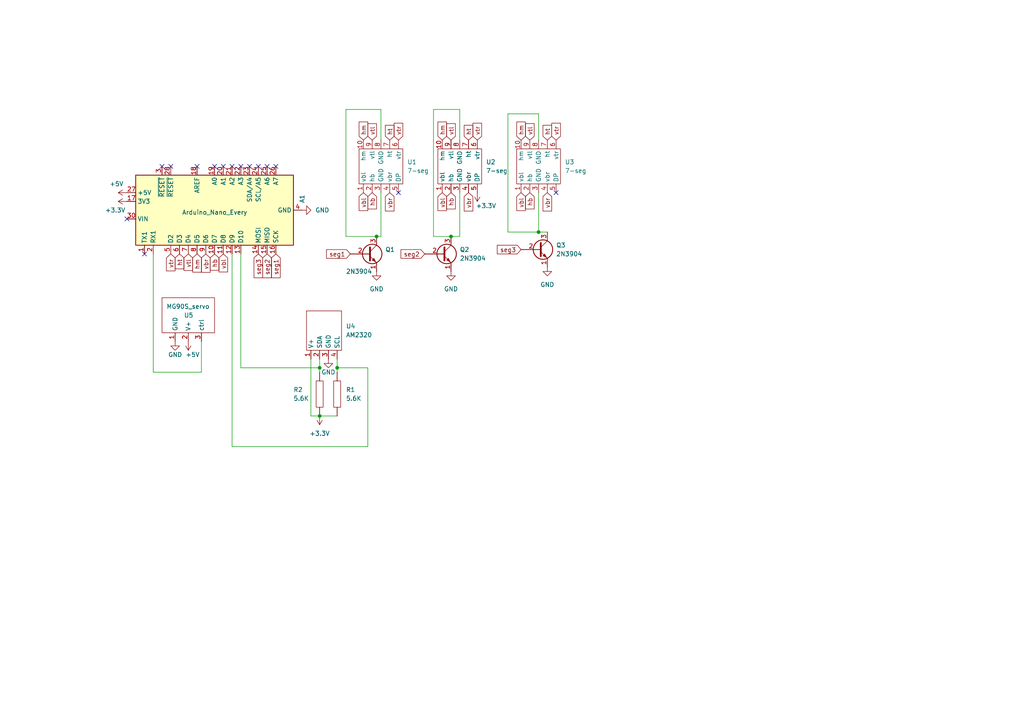
<source format=kicad_sch>
(kicad_sch (version 20211123) (generator eeschema)

  (uuid fa83d0dc-8fb2-450b-af06-da96bef65c78)

  (paper "A4")

  (lib_symbols
    (symbol "7-segment-display:7-seg" (in_bom yes) (on_board yes)
      (property "Reference" "U" (id 0) (at 5.08 -7.62 0)
        (effects (font (size 1.27 1.27)))
      )
      (property "Value" "7-seg" (id 1) (at 0 -7.62 0)
        (effects (font (size 1.27 1.27)))
      )
      (property "Footprint" "" (id 2) (at 5.08 -2.54 0)
        (effects (font (size 1.27 1.27)) hide)
      )
      (property "Datasheet" "" (id 3) (at 5.08 -2.54 0)
        (effects (font (size 1.27 1.27)) hide)
      )
      (symbol "7-seg_0_1"
        (rectangle (start -6.35 -2.54) (end 6.35 -12.7)
          (stroke (width 0) (type default) (color 0 0 0 0))
          (fill (type none))
        )
      )
      (symbol "7-seg_1_1"
        (pin input line (at -5.08 -15.24 90) (length 2.54)
          (name "vbl" (effects (font (size 1.27 1.27))))
          (number "1" (effects (font (size 1.27 1.27))))
        )
        (pin input line (at -5.08 0 270) (length 2.54)
          (name "hm" (effects (font (size 1.27 1.27))))
          (number "10" (effects (font (size 1.27 1.27))))
        )
        (pin input line (at -2.54 -15.24 90) (length 2.54)
          (name "hb" (effects (font (size 1.27 1.27))))
          (number "2" (effects (font (size 1.27 1.27))))
        )
        (pin input line (at 0 -15.24 90) (length 2.54)
          (name "GND" (effects (font (size 1.27 1.27))))
          (number "3" (effects (font (size 1.27 1.27))))
        )
        (pin input line (at 2.54 -15.24 90) (length 2.54)
          (name "vbr" (effects (font (size 1.27 1.27))))
          (number "4" (effects (font (size 1.27 1.27))))
        )
        (pin input line (at 5.08 -15.24 90) (length 2.54)
          (name "DP" (effects (font (size 1.27 1.27))))
          (number "5" (effects (font (size 1.27 1.27))))
        )
        (pin input line (at 5.08 0 270) (length 2.54)
          (name "vtr" (effects (font (size 1.27 1.27))))
          (number "6" (effects (font (size 1.27 1.27))))
        )
        (pin input line (at 2.54 0 270) (length 2.54)
          (name "ht" (effects (font (size 1.27 1.27))))
          (number "7" (effects (font (size 1.27 1.27))))
        )
        (pin input line (at 0 0 270) (length 2.54)
          (name "GND" (effects (font (size 1.27 1.27))))
          (number "8" (effects (font (size 1.27 1.27))))
        )
        (pin input line (at -2.54 0 270) (length 2.54)
          (name "vtl" (effects (font (size 1.27 1.27))))
          (number "9" (effects (font (size 1.27 1.27))))
        )
      )
    )
    (symbol "7-segment-display:AM2320" (in_bom yes) (on_board yes)
      (property "Reference" "U" (id 0) (at 0 5.08 0)
        (effects (font (size 1.27 1.27)))
      )
      (property "Value" "AM2320" (id 1) (at 0 2.54 0)
        (effects (font (size 1.27 1.27)))
      )
      (property "Footprint" "" (id 2) (at 0 0 0)
        (effects (font (size 1.27 1.27)) hide)
      )
      (property "Datasheet" "" (id 3) (at 0 0 0)
        (effects (font (size 1.27 1.27)) hide)
      )
      (symbol "AM2320_0_1"
        (rectangle (start -5.08 -3.81) (end 5.08 7.62)
          (stroke (width 0) (type default) (color 0 0 0 0))
          (fill (type none))
        )
      )
      (symbol "AM2320_1_1"
        (pin input line (at -3.81 -6.35 90) (length 2.54)
          (name "V+" (effects (font (size 1.27 1.27))))
          (number "1" (effects (font (size 1.27 1.27))))
        )
        (pin input line (at -1.27 -6.35 90) (length 2.54)
          (name "SDA" (effects (font (size 1.27 1.27))))
          (number "2" (effects (font (size 1.27 1.27))))
        )
        (pin input line (at 1.27 -6.35 90) (length 2.54)
          (name "GND" (effects (font (size 1.27 1.27))))
          (number "3" (effects (font (size 1.27 1.27))))
        )
        (pin input line (at 3.81 -6.35 90) (length 2.54)
          (name "SCL" (effects (font (size 1.27 1.27))))
          (number "4" (effects (font (size 1.27 1.27))))
        )
      )
    )
    (symbol "7-segment-display:MG90S_servo" (in_bom yes) (on_board yes)
      (property "Reference" "U" (id 0) (at 0 5.08 0)
        (effects (font (size 1.27 1.27)))
      )
      (property "Value" "MG90S_servo" (id 1) (at 0 2.54 0)
        (effects (font (size 1.27 1.27)))
      )
      (property "Footprint" "" (id 2) (at 0 0 0)
        (effects (font (size 1.27 1.27)) hide)
      )
      (property "Datasheet" "" (id 3) (at 0 0 0)
        (effects (font (size 1.27 1.27)) hide)
      )
      (symbol "MG90S_servo_0_1"
        (rectangle (start 7.62 -3.81) (end -7.62 6.35)
          (stroke (width 0) (type default) (color 0 0 0 0))
          (fill (type none))
        )
      )
      (symbol "MG90S_servo_1_1"
        (pin input line (at -3.81 -6.35 90) (length 2.54)
          (name "GND" (effects (font (size 1.27 1.27))))
          (number "1" (effects (font (size 1.27 1.27))))
        )
        (pin input line (at 0 -6.35 90) (length 2.54)
          (name "V+" (effects (font (size 1.27 1.27))))
          (number "2" (effects (font (size 1.27 1.27))))
        )
        (pin input line (at 3.81 -6.35 90) (length 2.54)
          (name "ctrl" (effects (font (size 1.27 1.27))))
          (number "3" (effects (font (size 1.27 1.27))))
        )
      )
    )
    (symbol "MCU_Module:Arduino_Nano_Every" (in_bom yes) (on_board yes)
      (property "Reference" "A" (id 0) (at -10.16 23.495 0)
        (effects (font (size 1.27 1.27)) (justify left bottom))
      )
      (property "Value" "Arduino_Nano_Every" (id 1) (at 5.08 -24.13 0)
        (effects (font (size 1.27 1.27)) (justify left top))
      )
      (property "Footprint" "Module:Arduino_Nano" (id 2) (at 0 0 0)
        (effects (font (size 1.27 1.27) italic) hide)
      )
      (property "Datasheet" "https://content.arduino.cc/assets/NANOEveryV3.0_sch.pdf" (id 3) (at 0 0 0)
        (effects (font (size 1.27 1.27)) hide)
      )
      (property "ki_keywords" "Arduino nano microcontroller module USB UPDI AATMega4809 AVR" (id 4) (at 0 0 0)
        (effects (font (size 1.27 1.27)) hide)
      )
      (property "ki_description" "Arduino Nano Every" (id 5) (at 0 0 0)
        (effects (font (size 1.27 1.27)) hide)
      )
      (property "ki_fp_filters" "Arduino*Nano*" (id 6) (at 0 0 0)
        (effects (font (size 1.27 1.27)) hide)
      )
      (symbol "Arduino_Nano_Every_0_1"
        (rectangle (start -10.16 22.86) (end 10.16 -22.86)
          (stroke (width 0.254) (type default) (color 0 0 0 0))
          (fill (type background))
        )
      )
      (symbol "Arduino_Nano_Every_1_1"
        (pin bidirectional line (at -12.7 20.32 0) (length 2.54)
          (name "TX1" (effects (font (size 1.27 1.27))))
          (number "1" (effects (font (size 1.27 1.27))))
        )
        (pin bidirectional line (at -12.7 0 0) (length 2.54)
          (name "D7" (effects (font (size 1.27 1.27))))
          (number "10" (effects (font (size 1.27 1.27))))
        )
        (pin bidirectional line (at -12.7 -2.54 0) (length 2.54)
          (name "D8" (effects (font (size 1.27 1.27))))
          (number "11" (effects (font (size 1.27 1.27))))
        )
        (pin bidirectional line (at -12.7 -5.08 0) (length 2.54)
          (name "D9" (effects (font (size 1.27 1.27))))
          (number "12" (effects (font (size 1.27 1.27))))
        )
        (pin bidirectional line (at -12.7 -7.62 0) (length 2.54)
          (name "D10" (effects (font (size 1.27 1.27))))
          (number "13" (effects (font (size 1.27 1.27))))
        )
        (pin bidirectional line (at -12.7 -12.7 0) (length 2.54)
          (name "MOSI" (effects (font (size 1.27 1.27))))
          (number "14" (effects (font (size 1.27 1.27))))
        )
        (pin bidirectional line (at -12.7 -15.24 0) (length 2.54)
          (name "MISO" (effects (font (size 1.27 1.27))))
          (number "15" (effects (font (size 1.27 1.27))))
        )
        (pin bidirectional line (at -12.7 -17.78 0) (length 2.54)
          (name "SCK" (effects (font (size 1.27 1.27))))
          (number "16" (effects (font (size 1.27 1.27))))
        )
        (pin power_out line (at 2.54 25.4 270) (length 2.54)
          (name "3V3" (effects (font (size 1.27 1.27))))
          (number "17" (effects (font (size 1.27 1.27))))
        )
        (pin input line (at 12.7 5.08 180) (length 2.54)
          (name "AREF" (effects (font (size 1.27 1.27))))
          (number "18" (effects (font (size 1.27 1.27))))
        )
        (pin bidirectional line (at 12.7 0 180) (length 2.54)
          (name "A0" (effects (font (size 1.27 1.27))))
          (number "19" (effects (font (size 1.27 1.27))))
        )
        (pin bidirectional line (at -12.7 17.78 0) (length 2.54)
          (name "RX1" (effects (font (size 1.27 1.27))))
          (number "2" (effects (font (size 1.27 1.27))))
        )
        (pin bidirectional line (at 12.7 -2.54 180) (length 2.54)
          (name "A1" (effects (font (size 1.27 1.27))))
          (number "20" (effects (font (size 1.27 1.27))))
        )
        (pin bidirectional line (at 12.7 -5.08 180) (length 2.54)
          (name "A2" (effects (font (size 1.27 1.27))))
          (number "21" (effects (font (size 1.27 1.27))))
        )
        (pin bidirectional line (at 12.7 -7.62 180) (length 2.54)
          (name "A3" (effects (font (size 1.27 1.27))))
          (number "22" (effects (font (size 1.27 1.27))))
        )
        (pin bidirectional line (at 12.7 -10.16 180) (length 2.54)
          (name "SDA/A4" (effects (font (size 1.27 1.27))))
          (number "23" (effects (font (size 1.27 1.27))))
        )
        (pin bidirectional line (at 12.7 -12.7 180) (length 2.54)
          (name "SCL/A5" (effects (font (size 1.27 1.27))))
          (number "24" (effects (font (size 1.27 1.27))))
        )
        (pin bidirectional line (at 12.7 -15.24 180) (length 2.54)
          (name "A6" (effects (font (size 1.27 1.27))))
          (number "25" (effects (font (size 1.27 1.27))))
        )
        (pin bidirectional line (at 12.7 -17.78 180) (length 2.54)
          (name "A7" (effects (font (size 1.27 1.27))))
          (number "26" (effects (font (size 1.27 1.27))))
        )
        (pin power_out line (at 5.08 25.4 270) (length 2.54)
          (name "+5V" (effects (font (size 1.27 1.27))))
          (number "27" (effects (font (size 1.27 1.27))))
        )
        (pin input line (at 12.7 12.7 180) (length 2.54)
          (name "~{RESET}" (effects (font (size 1.27 1.27))))
          (number "28" (effects (font (size 1.27 1.27))))
        )
        (pin passive line (at 0 -25.4 90) (length 2.54) hide
          (name "GND" (effects (font (size 1.27 1.27))))
          (number "29" (effects (font (size 1.27 1.27))))
        )
        (pin input line (at 12.7 15.24 180) (length 2.54)
          (name "~{RESET}" (effects (font (size 1.27 1.27))))
          (number "3" (effects (font (size 1.27 1.27))))
        )
        (pin power_in line (at -2.54 25.4 270) (length 2.54)
          (name "VIN" (effects (font (size 1.27 1.27))))
          (number "30" (effects (font (size 1.27 1.27))))
        )
        (pin power_in line (at 0 -25.4 90) (length 2.54)
          (name "GND" (effects (font (size 1.27 1.27))))
          (number "4" (effects (font (size 1.27 1.27))))
        )
        (pin bidirectional line (at -12.7 12.7 0) (length 2.54)
          (name "D2" (effects (font (size 1.27 1.27))))
          (number "5" (effects (font (size 1.27 1.27))))
        )
        (pin bidirectional line (at -12.7 10.16 0) (length 2.54)
          (name "D3" (effects (font (size 1.27 1.27))))
          (number "6" (effects (font (size 1.27 1.27))))
        )
        (pin bidirectional line (at -12.7 7.62 0) (length 2.54)
          (name "D4" (effects (font (size 1.27 1.27))))
          (number "7" (effects (font (size 1.27 1.27))))
        )
        (pin bidirectional line (at -12.7 5.08 0) (length 2.54)
          (name "D5" (effects (font (size 1.27 1.27))))
          (number "8" (effects (font (size 1.27 1.27))))
        )
        (pin bidirectional line (at -12.7 2.54 0) (length 2.54)
          (name "D6" (effects (font (size 1.27 1.27))))
          (number "9" (effects (font (size 1.27 1.27))))
        )
      )
    )
    (symbol "Transistor_BJT:2N3904" (pin_names (offset 0) hide) (in_bom yes) (on_board yes)
      (property "Reference" "Q" (id 0) (at 5.08 1.905 0)
        (effects (font (size 1.27 1.27)) (justify left))
      )
      (property "Value" "2N3904" (id 1) (at 5.08 0 0)
        (effects (font (size 1.27 1.27)) (justify left))
      )
      (property "Footprint" "Package_TO_SOT_THT:TO-92_Inline" (id 2) (at 5.08 -1.905 0)
        (effects (font (size 1.27 1.27) italic) (justify left) hide)
      )
      (property "Datasheet" "https://www.onsemi.com/pub/Collateral/2N3903-D.PDF" (id 3) (at 0 0 0)
        (effects (font (size 1.27 1.27)) (justify left) hide)
      )
      (property "ki_keywords" "NPN Transistor" (id 4) (at 0 0 0)
        (effects (font (size 1.27 1.27)) hide)
      )
      (property "ki_description" "0.2A Ic, 40V Vce, Small Signal NPN Transistor, TO-92" (id 5) (at 0 0 0)
        (effects (font (size 1.27 1.27)) hide)
      )
      (property "ki_fp_filters" "TO?92*" (id 6) (at 0 0 0)
        (effects (font (size 1.27 1.27)) hide)
      )
      (symbol "2N3904_0_1"
        (polyline
          (pts
            (xy 0.635 0.635)
            (xy 2.54 2.54)
          )
          (stroke (width 0) (type default) (color 0 0 0 0))
          (fill (type none))
        )
        (polyline
          (pts
            (xy 0.635 -0.635)
            (xy 2.54 -2.54)
            (xy 2.54 -2.54)
          )
          (stroke (width 0) (type default) (color 0 0 0 0))
          (fill (type none))
        )
        (polyline
          (pts
            (xy 0.635 1.905)
            (xy 0.635 -1.905)
            (xy 0.635 -1.905)
          )
          (stroke (width 0.508) (type default) (color 0 0 0 0))
          (fill (type none))
        )
        (polyline
          (pts
            (xy 1.27 -1.778)
            (xy 1.778 -1.27)
            (xy 2.286 -2.286)
            (xy 1.27 -1.778)
            (xy 1.27 -1.778)
          )
          (stroke (width 0) (type default) (color 0 0 0 0))
          (fill (type outline))
        )
        (circle (center 1.27 0) (radius 2.8194)
          (stroke (width 0.254) (type default) (color 0 0 0 0))
          (fill (type none))
        )
      )
      (symbol "2N3904_1_1"
        (pin passive line (at 2.54 -5.08 90) (length 2.54)
          (name "E" (effects (font (size 1.27 1.27))))
          (number "1" (effects (font (size 1.27 1.27))))
        )
        (pin passive line (at -5.08 0 0) (length 5.715)
          (name "B" (effects (font (size 1.27 1.27))))
          (number "2" (effects (font (size 1.27 1.27))))
        )
        (pin passive line (at 2.54 5.08 270) (length 2.54)
          (name "C" (effects (font (size 1.27 1.27))))
          (number "3" (effects (font (size 1.27 1.27))))
        )
      )
    )
    (symbol "power:+3.3V" (power) (pin_names (offset 0)) (in_bom yes) (on_board yes)
      (property "Reference" "#PWR" (id 0) (at 0 -3.81 0)
        (effects (font (size 1.27 1.27)) hide)
      )
      (property "Value" "+3.3V" (id 1) (at 0 3.556 0)
        (effects (font (size 1.27 1.27)))
      )
      (property "Footprint" "" (id 2) (at 0 0 0)
        (effects (font (size 1.27 1.27)) hide)
      )
      (property "Datasheet" "" (id 3) (at 0 0 0)
        (effects (font (size 1.27 1.27)) hide)
      )
      (property "ki_keywords" "global power" (id 4) (at 0 0 0)
        (effects (font (size 1.27 1.27)) hide)
      )
      (property "ki_description" "Power symbol creates a global label with name \"+3.3V\"" (id 5) (at 0 0 0)
        (effects (font (size 1.27 1.27)) hide)
      )
      (symbol "+3.3V_0_1"
        (polyline
          (pts
            (xy -0.762 1.27)
            (xy 0 2.54)
          )
          (stroke (width 0) (type default) (color 0 0 0 0))
          (fill (type none))
        )
        (polyline
          (pts
            (xy 0 0)
            (xy 0 2.54)
          )
          (stroke (width 0) (type default) (color 0 0 0 0))
          (fill (type none))
        )
        (polyline
          (pts
            (xy 0 2.54)
            (xy 0.762 1.27)
          )
          (stroke (width 0) (type default) (color 0 0 0 0))
          (fill (type none))
        )
      )
      (symbol "+3.3V_1_1"
        (pin power_in line (at 0 0 90) (length 0) hide
          (name "+3.3V" (effects (font (size 1.27 1.27))))
          (number "1" (effects (font (size 1.27 1.27))))
        )
      )
    )
    (symbol "power:+5V" (power) (pin_names (offset 0)) (in_bom yes) (on_board yes)
      (property "Reference" "#PWR" (id 0) (at 0 -3.81 0)
        (effects (font (size 1.27 1.27)) hide)
      )
      (property "Value" "+5V" (id 1) (at 0 3.556 0)
        (effects (font (size 1.27 1.27)))
      )
      (property "Footprint" "" (id 2) (at 0 0 0)
        (effects (font (size 1.27 1.27)) hide)
      )
      (property "Datasheet" "" (id 3) (at 0 0 0)
        (effects (font (size 1.27 1.27)) hide)
      )
      (property "ki_keywords" "global power" (id 4) (at 0 0 0)
        (effects (font (size 1.27 1.27)) hide)
      )
      (property "ki_description" "Power symbol creates a global label with name \"+5V\"" (id 5) (at 0 0 0)
        (effects (font (size 1.27 1.27)) hide)
      )
      (symbol "+5V_0_1"
        (polyline
          (pts
            (xy -0.762 1.27)
            (xy 0 2.54)
          )
          (stroke (width 0) (type default) (color 0 0 0 0))
          (fill (type none))
        )
        (polyline
          (pts
            (xy 0 0)
            (xy 0 2.54)
          )
          (stroke (width 0) (type default) (color 0 0 0 0))
          (fill (type none))
        )
        (polyline
          (pts
            (xy 0 2.54)
            (xy 0.762 1.27)
          )
          (stroke (width 0) (type default) (color 0 0 0 0))
          (fill (type none))
        )
      )
      (symbol "+5V_1_1"
        (pin power_in line (at 0 0 90) (length 0) hide
          (name "+5V" (effects (font (size 1.27 1.27))))
          (number "1" (effects (font (size 1.27 1.27))))
        )
      )
    )
    (symbol "power:GND" (power) (pin_names (offset 0)) (in_bom yes) (on_board yes)
      (property "Reference" "#PWR" (id 0) (at 0 -6.35 0)
        (effects (font (size 1.27 1.27)) hide)
      )
      (property "Value" "GND" (id 1) (at 0 -3.81 0)
        (effects (font (size 1.27 1.27)))
      )
      (property "Footprint" "" (id 2) (at 0 0 0)
        (effects (font (size 1.27 1.27)) hide)
      )
      (property "Datasheet" "" (id 3) (at 0 0 0)
        (effects (font (size 1.27 1.27)) hide)
      )
      (property "ki_keywords" "global power" (id 4) (at 0 0 0)
        (effects (font (size 1.27 1.27)) hide)
      )
      (property "ki_description" "Power symbol creates a global label with name \"GND\" , ground" (id 5) (at 0 0 0)
        (effects (font (size 1.27 1.27)) hide)
      )
      (symbol "GND_0_1"
        (polyline
          (pts
            (xy 0 0)
            (xy 0 -1.27)
            (xy 1.27 -1.27)
            (xy 0 -2.54)
            (xy -1.27 -1.27)
            (xy 0 -1.27)
          )
          (stroke (width 0) (type default) (color 0 0 0 0))
          (fill (type none))
        )
      )
      (symbol "GND_1_1"
        (pin power_in line (at 0 0 270) (length 0) hide
          (name "GND" (effects (font (size 1.27 1.27))))
          (number "1" (effects (font (size 1.27 1.27))))
        )
      )
    )
    (symbol "pspice:R" (pin_numbers hide) (pin_names (offset 0)) (in_bom yes) (on_board yes)
      (property "Reference" "R" (id 0) (at 2.032 0 90)
        (effects (font (size 1.27 1.27)))
      )
      (property "Value" "R" (id 1) (at 0 0 90)
        (effects (font (size 1.27 1.27)))
      )
      (property "Footprint" "" (id 2) (at 0 0 0)
        (effects (font (size 1.27 1.27)) hide)
      )
      (property "Datasheet" "~" (id 3) (at 0 0 0)
        (effects (font (size 1.27 1.27)) hide)
      )
      (property "ki_keywords" "resistor simulation" (id 4) (at 0 0 0)
        (effects (font (size 1.27 1.27)) hide)
      )
      (property "ki_description" "Resistor symbol for simulation only" (id 5) (at 0 0 0)
        (effects (font (size 1.27 1.27)) hide)
      )
      (symbol "R_0_1"
        (rectangle (start -1.016 3.81) (end 1.016 -3.81)
          (stroke (width 0) (type default) (color 0 0 0 0))
          (fill (type none))
        )
      )
      (symbol "R_1_1"
        (pin passive line (at 0 6.35 270) (length 2.54)
          (name "~" (effects (font (size 1.27 1.27))))
          (number "1" (effects (font (size 1.27 1.27))))
        )
        (pin passive line (at 0 -6.35 90) (length 2.54)
          (name "~" (effects (font (size 1.27 1.27))))
          (number "2" (effects (font (size 1.27 1.27))))
        )
      )
    )
  )

  (junction (at 92.71 106.68) (diameter 0) (color 0 0 0 0)
    (uuid 2021a3ff-0c1d-4266-876f-82a363618ec5)
  )
  (junction (at 92.71 120.65) (diameter 0) (color 0 0 0 0)
    (uuid 3185ee15-65c6-4e0b-8c4c-cd2edbe5f534)
  )
  (junction (at 130.81 68.58) (diameter 0) (color 0 0 0 0)
    (uuid 78addd20-a27d-456e-9ace-8600b6a07ded)
  )
  (junction (at 156.21 67.31) (diameter 0) (color 0 0 0 0)
    (uuid 945bca29-5a5b-456d-80ef-c99bc98b49ed)
  )
  (junction (at 109.22 68.58) (diameter 0) (color 0 0 0 0)
    (uuid af853a05-9d98-440f-b365-efd509da63a6)
  )
  (junction (at 97.79 106.68) (diameter 0) (color 0 0 0 0)
    (uuid ddcc560b-2fa9-4a45-acfc-1566e99c7ac3)
  )

  (no_connect (at 67.31 48.26) (uuid 06f5e89d-5794-4012-ae7c-15fe6a9a1312))
  (no_connect (at 69.85 48.26) (uuid 312806c4-e6a0-4261-831f-43739414a8e4))
  (no_connect (at 161.29 55.88) (uuid 372e54fb-0e0d-4b1c-b413-e5d1d375444b))
  (no_connect (at 57.15 48.26) (uuid 45d176a2-a372-49eb-9a3a-af14a4dfe11c))
  (no_connect (at 36.83 63.5) (uuid 4d9a9d9d-27bb-4b02-99a0-0c6aff5f21ae))
  (no_connect (at 62.23 48.26) (uuid 6380a313-57af-43af-b0e8-074857ae4989))
  (no_connect (at 80.01 48.26) (uuid 655969d2-91da-4875-8dc9-ead31919a62c))
  (no_connect (at 74.93 48.26) (uuid 7695cd1b-ce66-4e09-9903-53e93a54cf4b))
  (no_connect (at 72.39 48.26) (uuid 9515954e-4c58-4b2f-8e3f-ba27867f5b38))
  (no_connect (at 64.77 48.26) (uuid a3310194-0dff-41c6-90df-706ae4cffae6))
  (no_connect (at 41.91 73.66) (uuid a6fd69f7-6d20-4fa5-82aa-04047d534467))
  (no_connect (at 46.99 48.26) (uuid ab0022ef-3eef-431b-9272-afcb92bd805e))
  (no_connect (at 49.53 48.26) (uuid b8ddad38-0f14-4eb9-8d34-3ed61906d220))
  (no_connect (at 115.57 55.88) (uuid c693f602-6cca-4784-8bcf-89e14a920bfa))
  (no_connect (at 77.47 48.26) (uuid ede01969-b48e-499c-b772-e60c00d95418))

  (wire (pts (xy 69.85 106.68) (xy 92.71 106.68))
    (stroke (width 0) (type default) (color 0 0 0 0))
    (uuid 0e1cd5ee-9645-4693-9970-b6ca2bd98198)
  )
  (wire (pts (xy 90.17 104.14) (xy 90.17 120.65))
    (stroke (width 0) (type default) (color 0 0 0 0))
    (uuid 1cac3665-4216-420a-bfbc-f31f50295eca)
  )
  (wire (pts (xy 156.21 33.02) (xy 147.32 33.02))
    (stroke (width 0) (type default) (color 0 0 0 0))
    (uuid 24681650-ea05-45a4-95fc-3fee2d7461e2)
  )
  (wire (pts (xy 92.71 120.65) (xy 97.79 120.65))
    (stroke (width 0) (type default) (color 0 0 0 0))
    (uuid 258ee33c-fb9f-4674-95c2-5951aeb74940)
  )
  (wire (pts (xy 92.71 104.14) (xy 92.71 106.68))
    (stroke (width 0) (type default) (color 0 0 0 0))
    (uuid 33f158ad-51f5-45bf-bc39-f498a3043062)
  )
  (wire (pts (xy 58.42 99.06) (xy 58.42 107.95))
    (stroke (width 0) (type default) (color 0 0 0 0))
    (uuid 349cdef1-a050-4e9e-ae1f-cfe817fff72b)
  )
  (wire (pts (xy 92.71 106.68) (xy 92.71 107.95))
    (stroke (width 0) (type default) (color 0 0 0 0))
    (uuid 3cfe1003-f4b7-48f5-8b1a-5ef2fff29521)
  )
  (wire (pts (xy 125.73 31.75) (xy 133.35 31.75))
    (stroke (width 0) (type default) (color 0 0 0 0))
    (uuid 41754f8a-da1c-427f-8530-937d0ce61a43)
  )
  (wire (pts (xy 97.79 104.14) (xy 97.79 106.68))
    (stroke (width 0) (type default) (color 0 0 0 0))
    (uuid 49469c9b-b38a-4878-b303-794bc1dd0f3d)
  )
  (wire (pts (xy 100.33 68.58) (xy 109.22 68.58))
    (stroke (width 0) (type default) (color 0 0 0 0))
    (uuid 4a720445-babe-4878-859a-8dba4432f8ae)
  )
  (wire (pts (xy 110.49 55.88) (xy 110.49 68.58))
    (stroke (width 0) (type default) (color 0 0 0 0))
    (uuid 56378ddc-3bd6-4f45-b1d4-3cbbf1c8e91c)
  )
  (wire (pts (xy 156.21 55.88) (xy 156.21 67.31))
    (stroke (width 0) (type default) (color 0 0 0 0))
    (uuid 58dde378-982b-40d1-baa5-ae78eea90060)
  )
  (wire (pts (xy 133.35 55.88) (xy 133.35 68.58))
    (stroke (width 0) (type default) (color 0 0 0 0))
    (uuid 5b4b76ae-ed7f-4a63-9cb0-315fb4fdcc58)
  )
  (wire (pts (xy 130.81 68.58) (xy 125.73 68.58))
    (stroke (width 0) (type default) (color 0 0 0 0))
    (uuid 60035962-8e7c-4c75-b740-3fb47cc77ad2)
  )
  (wire (pts (xy 67.31 73.66) (xy 67.31 129.54))
    (stroke (width 0) (type default) (color 0 0 0 0))
    (uuid 614af42d-35ef-43bb-8c25-455e809d307c)
  )
  (wire (pts (xy 109.22 68.58) (xy 110.49 68.58))
    (stroke (width 0) (type default) (color 0 0 0 0))
    (uuid 7049a78b-1a00-4747-ae0b-398f6d735c62)
  )
  (wire (pts (xy 90.17 120.65) (xy 92.71 120.65))
    (stroke (width 0) (type default) (color 0 0 0 0))
    (uuid 7a2ca157-f97f-488f-a56f-1a9f023d5449)
  )
  (wire (pts (xy 156.21 40.64) (xy 156.21 33.02))
    (stroke (width 0) (type default) (color 0 0 0 0))
    (uuid 7abba7b4-2684-4121-8fb9-7f632db460a6)
  )
  (wire (pts (xy 97.79 106.68) (xy 106.68 106.68))
    (stroke (width 0) (type default) (color 0 0 0 0))
    (uuid 7f9d8bf5-92b4-488f-9bf1-ed13e579c08a)
  )
  (wire (pts (xy 58.42 107.95) (xy 44.45 107.95))
    (stroke (width 0) (type default) (color 0 0 0 0))
    (uuid 81592d66-6e4e-4ae1-bc43-c440477d88ff)
  )
  (wire (pts (xy 110.49 31.75) (xy 100.33 31.75))
    (stroke (width 0) (type default) (color 0 0 0 0))
    (uuid 87740388-8b67-41dc-ade2-a604fa426826)
  )
  (wire (pts (xy 106.68 129.54) (xy 106.68 106.68))
    (stroke (width 0) (type default) (color 0 0 0 0))
    (uuid 8f355f34-c172-4a75-917e-c34dd59d7558)
  )
  (wire (pts (xy 156.21 67.31) (xy 158.75 67.31))
    (stroke (width 0) (type default) (color 0 0 0 0))
    (uuid 973249c0-c42f-4aa1-badf-885b890049b2)
  )
  (wire (pts (xy 69.85 73.66) (xy 69.85 106.68))
    (stroke (width 0) (type default) (color 0 0 0 0))
    (uuid a4ba2237-d968-4f24-851b-4381de6e95e5)
  )
  (wire (pts (xy 67.31 129.54) (xy 106.68 129.54))
    (stroke (width 0) (type default) (color 0 0 0 0))
    (uuid a81420cb-4cfa-409a-8d78-9222cedcf4e0)
  )
  (wire (pts (xy 44.45 73.66) (xy 44.45 107.95))
    (stroke (width 0) (type default) (color 0 0 0 0))
    (uuid abe25024-bfdd-4b31-9ca5-148294bdf4d8)
  )
  (wire (pts (xy 97.79 106.68) (xy 97.79 107.95))
    (stroke (width 0) (type default) (color 0 0 0 0))
    (uuid ad93e9c6-1db9-48b1-b8c5-6cd384cfd93c)
  )
  (wire (pts (xy 133.35 31.75) (xy 133.35 40.64))
    (stroke (width 0) (type default) (color 0 0 0 0))
    (uuid b093e5bb-3d68-4dc2-80a3-5c7f74b1fe3a)
  )
  (wire (pts (xy 147.32 67.31) (xy 156.21 67.31))
    (stroke (width 0) (type default) (color 0 0 0 0))
    (uuid cb8404b3-4ba4-44aa-a9d8-5d5710e04c69)
  )
  (wire (pts (xy 147.32 33.02) (xy 147.32 67.31))
    (stroke (width 0) (type default) (color 0 0 0 0))
    (uuid d0466a1d-2380-4857-a0ed-7e44d5f0d6fb)
  )
  (wire (pts (xy 125.73 68.58) (xy 125.73 31.75))
    (stroke (width 0) (type default) (color 0 0 0 0))
    (uuid d23077b3-95c7-4125-ba8f-d14a5420cb03)
  )
  (wire (pts (xy 130.81 68.58) (xy 133.35 68.58))
    (stroke (width 0) (type default) (color 0 0 0 0))
    (uuid d527ea90-3487-4f57-825e-0810547d155f)
  )
  (wire (pts (xy 100.33 31.75) (xy 100.33 68.58))
    (stroke (width 0) (type default) (color 0 0 0 0))
    (uuid d8f2bb14-ad40-4054-8fa2-58bec9c0febe)
  )
  (wire (pts (xy 110.49 40.64) (xy 110.49 31.75))
    (stroke (width 0) (type default) (color 0 0 0 0))
    (uuid ee529b79-2b3c-4654-ad13-a589dea07c61)
  )

  (global_label "seg2" (shape input) (at 123.19 73.66 180) (fields_autoplaced)
    (effects (font (size 1.27 1.27)) (justify right))
    (uuid 10309a30-1000-4298-84e3-fe6ac384a1d5)
    (property "Intersheet References" "${INTERSHEET_REFS}" (id 0) (at 116.3017 73.7394 0)
      (effects (font (size 1.27 1.27)) (justify right) hide)
    )
  )
  (global_label "ht" (shape input) (at 135.89 40.64 90) (fields_autoplaced)
    (effects (font (size 1.27 1.27)) (justify left))
    (uuid 10b6449a-2d25-4d88-97d9-f7f81013f614)
    (property "Intersheet References" "${INTERSHEET_REFS}" (id 0) (at 135.8106 36.3521 90)
      (effects (font (size 1.27 1.27)) (justify left) hide)
    )
  )
  (global_label "ht" (shape input) (at 158.75 40.64 90) (fields_autoplaced)
    (effects (font (size 1.27 1.27)) (justify left))
    (uuid 126361ad-26a6-4f39-b603-ba572f0d91cd)
    (property "Intersheet References" "${INTERSHEET_REFS}" (id 0) (at 158.6706 36.3521 90)
      (effects (font (size 1.27 1.27)) (justify left) hide)
    )
  )
  (global_label "vtl" (shape input) (at 107.95 40.64 90) (fields_autoplaced)
    (effects (font (size 1.27 1.27)) (justify left))
    (uuid 1b93d3de-1775-4d9b-9710-54ddb6f757a3)
    (property "Intersheet References" "${INTERSHEET_REFS}" (id 0) (at 107.8706 35.8683 90)
      (effects (font (size 1.27 1.27)) (justify left) hide)
    )
  )
  (global_label "ht" (shape input) (at 113.03 40.64 90) (fields_autoplaced)
    (effects (font (size 1.27 1.27)) (justify left))
    (uuid 2f9c763b-e271-42ce-8e90-7383b3bdfa00)
    (property "Intersheet References" "${INTERSHEET_REFS}" (id 0) (at 112.9506 36.3521 90)
      (effects (font (size 1.27 1.27)) (justify left) hide)
    )
  )
  (global_label "hm" (shape input) (at 57.15 73.66 270) (fields_autoplaced)
    (effects (font (size 1.27 1.27)) (justify right))
    (uuid 310dd57c-0804-48b7-a520-a1b4949cc675)
    (property "Intersheet References" "${INTERSHEET_REFS}" (id 0) (at 57.0706 78.9155 90)
      (effects (font (size 1.27 1.27)) (justify right) hide)
    )
  )
  (global_label "vtr" (shape input) (at 115.57 40.64 90) (fields_autoplaced)
    (effects (font (size 1.27 1.27)) (justify left))
    (uuid 3a25c75d-790a-4b9a-bc0d-60c19ce6fb2e)
    (property "Intersheet References" "${INTERSHEET_REFS}" (id 0) (at 115.4906 35.7474 90)
      (effects (font (size 1.27 1.27)) (justify left) hide)
    )
  )
  (global_label "vtr" (shape input) (at 49.53 73.66 270) (fields_autoplaced)
    (effects (font (size 1.27 1.27)) (justify right))
    (uuid 4059bc2b-0074-40f8-be49-c34bc4a3582c)
    (property "Intersheet References" "${INTERSHEET_REFS}" (id 0) (at 49.6094 78.5526 90)
      (effects (font (size 1.27 1.27)) (justify right) hide)
    )
  )
  (global_label "hm" (shape input) (at 128.27 40.64 90) (fields_autoplaced)
    (effects (font (size 1.27 1.27)) (justify left))
    (uuid 44e5b364-298a-4be1-88be-017a08bde68a)
    (property "Intersheet References" "${INTERSHEET_REFS}" (id 0) (at 128.3494 35.3845 90)
      (effects (font (size 1.27 1.27)) (justify left) hide)
    )
  )
  (global_label "seg2" (shape input) (at 77.47 73.66 270) (fields_autoplaced)
    (effects (font (size 1.27 1.27)) (justify right))
    (uuid 47a79635-e7b1-4ba8-a3c2-dd9462f9e542)
    (property "Intersheet References" "${INTERSHEET_REFS}" (id 0) (at 77.5494 80.5483 90)
      (effects (font (size 1.27 1.27)) (justify right) hide)
    )
  )
  (global_label "seg1" (shape input) (at 101.6 73.66 180) (fields_autoplaced)
    (effects (font (size 1.27 1.27)) (justify right))
    (uuid 4da78834-a101-43fe-b2c9-3e901a2a805a)
    (property "Intersheet References" "${INTERSHEET_REFS}" (id 0) (at 94.7117 73.7394 0)
      (effects (font (size 1.27 1.27)) (justify right) hide)
    )
  )
  (global_label "vtl" (shape input) (at 54.61 73.66 270) (fields_autoplaced)
    (effects (font (size 1.27 1.27)) (justify right))
    (uuid 55e1d0e9-11b2-478e-abc0-d1913848beb7)
    (property "Intersheet References" "${INTERSHEET_REFS}" (id 0) (at 54.6894 78.4317 90)
      (effects (font (size 1.27 1.27)) (justify right) hide)
    )
  )
  (global_label "vbl" (shape input) (at 105.41 55.88 270) (fields_autoplaced)
    (effects (font (size 1.27 1.27)) (justify right))
    (uuid 56bb2f34-abbc-40a3-93da-a8989f68f319)
    (property "Intersheet References" "${INTERSHEET_REFS}" (id 0) (at 105.3306 61.075 90)
      (effects (font (size 1.27 1.27)) (justify right) hide)
    )
  )
  (global_label "vbl" (shape input) (at 64.77 73.66 270) (fields_autoplaced)
    (effects (font (size 1.27 1.27)) (justify right))
    (uuid 6c12b7b1-2fba-49ca-89b6-7696599fb369)
    (property "Intersheet References" "${INTERSHEET_REFS}" (id 0) (at 64.6906 78.855 90)
      (effects (font (size 1.27 1.27)) (justify right) hide)
    )
  )
  (global_label "hb" (shape input) (at 130.81 55.88 270) (fields_autoplaced)
    (effects (font (size 1.27 1.27)) (justify right))
    (uuid 715f5340-4f88-4d7c-8b18-adfba7af59c6)
    (property "Intersheet References" "${INTERSHEET_REFS}" (id 0) (at 130.7306 60.5912 90)
      (effects (font (size 1.27 1.27)) (justify right) hide)
    )
  )
  (global_label "vbr" (shape input) (at 158.75 55.88 270) (fields_autoplaced)
    (effects (font (size 1.27 1.27)) (justify right))
    (uuid 752fff94-e88f-4f24-95b6-e8af20bfc15f)
    (property "Intersheet References" "${INTERSHEET_REFS}" (id 0) (at 158.6706 61.196 90)
      (effects (font (size 1.27 1.27)) (justify right) hide)
    )
  )
  (global_label "hm" (shape input) (at 105.41 40.64 90) (fields_autoplaced)
    (effects (font (size 1.27 1.27)) (justify left))
    (uuid 7e560cea-3c6e-48ac-af00-cffa640b0f61)
    (property "Intersheet References" "${INTERSHEET_REFS}" (id 0) (at 105.4894 35.3845 90)
      (effects (font (size 1.27 1.27)) (justify left) hide)
    )
  )
  (global_label "seg1" (shape input) (at 80.01 73.66 270) (fields_autoplaced)
    (effects (font (size 1.27 1.27)) (justify right))
    (uuid 8ea891f4-5a03-49e2-a332-81a1cfaa88fb)
    (property "Intersheet References" "${INTERSHEET_REFS}" (id 0) (at 80.0894 80.5483 90)
      (effects (font (size 1.27 1.27)) (justify right) hide)
    )
  )
  (global_label "vtl" (shape input) (at 153.67 40.64 90) (fields_autoplaced)
    (effects (font (size 1.27 1.27)) (justify left))
    (uuid 910a917d-526e-491c-ae89-78103ea6ba99)
    (property "Intersheet References" "${INTERSHEET_REFS}" (id 0) (at 153.5906 35.8683 90)
      (effects (font (size 1.27 1.27)) (justify left) hide)
    )
  )
  (global_label "vtr" (shape input) (at 161.29 40.64 90) (fields_autoplaced)
    (effects (font (size 1.27 1.27)) (justify left))
    (uuid 9335924b-a9f5-4af4-9a64-0ce19fcb6b24)
    (property "Intersheet References" "${INTERSHEET_REFS}" (id 0) (at 161.2106 35.7474 90)
      (effects (font (size 1.27 1.27)) (justify left) hide)
    )
  )
  (global_label "hb" (shape input) (at 107.95 55.88 270) (fields_autoplaced)
    (effects (font (size 1.27 1.27)) (justify right))
    (uuid a1ac6d35-ce09-45d0-8760-103eb75bce60)
    (property "Intersheet References" "${INTERSHEET_REFS}" (id 0) (at 107.8706 60.5912 90)
      (effects (font (size 1.27 1.27)) (justify right) hide)
    )
  )
  (global_label "hb" (shape input) (at 153.67 55.88 270) (fields_autoplaced)
    (effects (font (size 1.27 1.27)) (justify right))
    (uuid a408c054-04c2-44aa-99be-16702904e12d)
    (property "Intersheet References" "${INTERSHEET_REFS}" (id 0) (at 153.5906 60.5912 90)
      (effects (font (size 1.27 1.27)) (justify right) hide)
    )
  )
  (global_label "vtl" (shape input) (at 130.81 40.64 90) (fields_autoplaced)
    (effects (font (size 1.27 1.27)) (justify left))
    (uuid a88d12dd-6921-4128-881c-a2768a8c2214)
    (property "Intersheet References" "${INTERSHEET_REFS}" (id 0) (at 130.7306 35.8683 90)
      (effects (font (size 1.27 1.27)) (justify left) hide)
    )
  )
  (global_label "vtr" (shape input) (at 138.43 40.64 90) (fields_autoplaced)
    (effects (font (size 1.27 1.27)) (justify left))
    (uuid ae559587-616b-4f47-bee8-c55055c718f4)
    (property "Intersheet References" "${INTERSHEET_REFS}" (id 0) (at 138.3506 35.7474 90)
      (effects (font (size 1.27 1.27)) (justify left) hide)
    )
  )
  (global_label "vbr" (shape input) (at 59.69 73.66 270) (fields_autoplaced)
    (effects (font (size 1.27 1.27)) (justify right))
    (uuid b9f300ab-776f-4090-8c8e-5cb1b769c7d0)
    (property "Intersheet References" "${INTERSHEET_REFS}" (id 0) (at 59.6106 78.976 90)
      (effects (font (size 1.27 1.27)) (justify right) hide)
    )
  )
  (global_label "seg3" (shape input) (at 151.13 72.39 180) (fields_autoplaced)
    (effects (font (size 1.27 1.27)) (justify right))
    (uuid cd80189a-367a-4b52-8253-da3a10a82b73)
    (property "Intersheet References" "${INTERSHEET_REFS}" (id 0) (at 144.2417 72.4694 0)
      (effects (font (size 1.27 1.27)) (justify right) hide)
    )
  )
  (global_label "vbl" (shape input) (at 151.13 55.88 270) (fields_autoplaced)
    (effects (font (size 1.27 1.27)) (justify right))
    (uuid e5397f91-5f6a-4637-8b9b-ad49e8dad5bc)
    (property "Intersheet References" "${INTERSHEET_REFS}" (id 0) (at 151.0506 61.075 90)
      (effects (font (size 1.27 1.27)) (justify right) hide)
    )
  )
  (global_label "vbr" (shape input) (at 135.89 55.88 270) (fields_autoplaced)
    (effects (font (size 1.27 1.27)) (justify right))
    (uuid eb42369f-6276-40e5-8caf-b510bd91c05b)
    (property "Intersheet References" "${INTERSHEET_REFS}" (id 0) (at 135.8106 61.196 90)
      (effects (font (size 1.27 1.27)) (justify right) hide)
    )
  )
  (global_label "hb" (shape input) (at 62.23 73.66 270) (fields_autoplaced)
    (effects (font (size 1.27 1.27)) (justify right))
    (uuid f22ad0b2-194d-49fb-a3e5-1ca3c38bafc4)
    (property "Intersheet References" "${INTERSHEET_REFS}" (id 0) (at 62.1506 78.3712 90)
      (effects (font (size 1.27 1.27)) (justify right) hide)
    )
  )
  (global_label "hm" (shape input) (at 151.13 40.64 90) (fields_autoplaced)
    (effects (font (size 1.27 1.27)) (justify left))
    (uuid f39fbe4d-7459-4912-b03a-95c2dcb5a1a4)
    (property "Intersheet References" "${INTERSHEET_REFS}" (id 0) (at 151.2094 35.3845 90)
      (effects (font (size 1.27 1.27)) (justify left) hide)
    )
  )
  (global_label "seg3" (shape input) (at 74.93 73.66 270) (fields_autoplaced)
    (effects (font (size 1.27 1.27)) (justify right))
    (uuid f4379e51-9521-4107-abdc-d63c7bccbb06)
    (property "Intersheet References" "${INTERSHEET_REFS}" (id 0) (at 75.0094 80.5483 90)
      (effects (font (size 1.27 1.27)) (justify right) hide)
    )
  )
  (global_label "vbl" (shape input) (at 128.27 55.88 270) (fields_autoplaced)
    (effects (font (size 1.27 1.27)) (justify right))
    (uuid f63a8792-8ecf-49af-b2e1-0ab0d2c1c99f)
    (property "Intersheet References" "${INTERSHEET_REFS}" (id 0) (at 128.1906 61.075 90)
      (effects (font (size 1.27 1.27)) (justify right) hide)
    )
  )
  (global_label "vbr" (shape input) (at 113.03 55.88 270) (fields_autoplaced)
    (effects (font (size 1.27 1.27)) (justify right))
    (uuid f6ede7b3-cecc-4270-b7da-c50960130051)
    (property "Intersheet References" "${INTERSHEET_REFS}" (id 0) (at 112.9506 61.196 90)
      (effects (font (size 1.27 1.27)) (justify right) hide)
    )
  )
  (global_label "ht" (shape input) (at 52.07 73.66 270) (fields_autoplaced)
    (effects (font (size 1.27 1.27)) (justify right))
    (uuid f772cc0a-656d-44f1-8833-d42256981ce8)
    (property "Intersheet References" "${INTERSHEET_REFS}" (id 0) (at 52.1494 77.9479 90)
      (effects (font (size 1.27 1.27)) (justify right) hide)
    )
  )

  (symbol (lib_id "power:+3.3V") (at 138.43 55.88 180) (unit 1)
    (in_bom yes) (on_board yes)
    (uuid 0c9ffe02-45e2-4411-8a6b-550c50d237a7)
    (property "Reference" "#PWR0106" (id 0) (at 138.43 52.07 0)
      (effects (font (size 1.27 1.27)) hide)
    )
    (property "Value" "+3.3V" (id 1) (at 140.97 59.69 0))
    (property "Footprint" "" (id 2) (at 138.43 55.88 0)
      (effects (font (size 1.27 1.27)) hide)
    )
    (property "Datasheet" "" (id 3) (at 138.43 55.88 0)
      (effects (font (size 1.27 1.27)) hide)
    )
    (pin "1" (uuid 40137215-f61f-4902-ae1d-3eda0199ab1e))
  )

  (symbol (lib_id "pspice:R") (at 97.79 114.3 0) (unit 1)
    (in_bom yes) (on_board yes) (fields_autoplaced)
    (uuid 12828853-190c-4e24-9194-82117d8eac41)
    (property "Reference" "R1" (id 0) (at 100.33 113.0299 0)
      (effects (font (size 1.27 1.27)) (justify left))
    )
    (property "Value" "5.6K" (id 1) (at 100.33 115.5699 0)
      (effects (font (size 1.27 1.27)) (justify left))
    )
    (property "Footprint" "Resistor_THT:R_Axial_Power_L20.0mm_W6.4mm_P7.62mm_Vertical" (id 2) (at 97.79 114.3 0)
      (effects (font (size 1.27 1.27)) hide)
    )
    (property "Datasheet" "~" (id 3) (at 97.79 114.3 0)
      (effects (font (size 1.27 1.27)) hide)
    )
    (pin "1" (uuid 4cdd7bf1-ceaf-4bfe-a99b-69a369b75327))
    (pin "2" (uuid 23f4ae39-605a-4fa9-8636-8f144caddeea))
  )

  (symbol (lib_id "7-segment-display:MG90S_servo") (at 54.61 92.71 0) (unit 1)
    (in_bom yes) (on_board yes)
    (uuid 1446876d-53ea-4748-990e-ffd2789e7258)
    (property "Reference" "U5" (id 0) (at 53.34 91.44 0)
      (effects (font (size 1.27 1.27)) (justify left))
    )
    (property "Value" "MG90S_servo" (id 1) (at 48.26 88.9 0)
      (effects (font (size 1.27 1.27)) (justify left))
    )
    (property "Footprint" "custom:MG90S servo" (id 2) (at 54.61 92.71 0)
      (effects (font (size 1.27 1.27)) hide)
    )
    (property "Datasheet" "" (id 3) (at 54.61 92.71 0)
      (effects (font (size 1.27 1.27)) hide)
    )
    (pin "1" (uuid 2fc13a10-08e3-4fda-ab6b-68052f7b5dfa))
    (pin "2" (uuid 46db4afa-e2b5-4d26-bcb7-b3203e72689a))
    (pin "3" (uuid 8bcabdca-684b-4760-877b-b32ddfbecb31))
  )

  (symbol (lib_id "7-segment-display:7-seg") (at 110.49 40.64 0) (unit 1)
    (in_bom yes) (on_board yes) (fields_autoplaced)
    (uuid 168d4960-569b-4036-b2e4-91a649c7d898)
    (property "Reference" "U1" (id 0) (at 118.11 46.9899 0)
      (effects (font (size 1.27 1.27)) (justify left))
    )
    (property "Value" "7-seg" (id 1) (at 118.11 49.5299 0)
      (effects (font (size 1.27 1.27)) (justify left))
    )
    (property "Footprint" "Display_7Segment:7SegmentLED_LTS6760_LTS6780" (id 2) (at 115.57 43.18 0)
      (effects (font (size 1.27 1.27)) hide)
    )
    (property "Datasheet" "" (id 3) (at 115.57 43.18 0)
      (effects (font (size 1.27 1.27)) hide)
    )
    (pin "1" (uuid 7e3722ae-4891-4192-8e08-b9dcf6ef0b53))
    (pin "10" (uuid d3aeae21-c4f6-443a-9216-8f8fdda1977d))
    (pin "2" (uuid b37c75d1-fe29-4177-8f21-456ce3107e72))
    (pin "3" (uuid 8f339e6b-831b-46c6-8e67-e5cec927f0b2))
    (pin "4" (uuid a6f17187-16a3-4574-831b-59c1a8114133))
    (pin "5" (uuid c4bae158-f54e-4099-b627-511f599944aa))
    (pin "6" (uuid 227a6a2b-d164-406a-b11e-d8ec21176751))
    (pin "7" (uuid 729e11f3-ff56-47ff-9a6f-dfe9241d069e))
    (pin "8" (uuid a0e49b3c-f21d-4a93-bdca-79b7d4baace2))
    (pin "9" (uuid 3d0241a1-e194-448c-9138-9b14628013ea))
  )

  (symbol (lib_id "Transistor_BJT:2N3904") (at 156.21 72.39 0) (unit 1)
    (in_bom yes) (on_board yes) (fields_autoplaced)
    (uuid 1ff359b2-af85-4145-97cd-fe5d0fad34f8)
    (property "Reference" "Q3" (id 0) (at 161.29 71.1199 0)
      (effects (font (size 1.27 1.27)) (justify left))
    )
    (property "Value" "2N3904" (id 1) (at 161.29 73.6599 0)
      (effects (font (size 1.27 1.27)) (justify left))
    )
    (property "Footprint" "Package_TO_SOT_THT:TO-92_Inline" (id 2) (at 161.29 74.295 0)
      (effects (font (size 1.27 1.27) italic) (justify left) hide)
    )
    (property "Datasheet" "https://www.onsemi.com/pub/Collateral/2N3903-D.PDF" (id 3) (at 156.21 72.39 0)
      (effects (font (size 1.27 1.27)) (justify left) hide)
    )
    (pin "1" (uuid de4ce167-2ce5-4b51-aaf5-b2350068a67c))
    (pin "2" (uuid 45e1e264-07d8-4197-a894-b2fff1c12fcd))
    (pin "3" (uuid 48915bbf-e94c-4ce3-a3ab-0c35cc9acbd9))
  )

  (symbol (lib_id "power:+5V") (at 36.83 55.88 90) (unit 1)
    (in_bom yes) (on_board yes)
    (uuid 2671226f-033e-4d34-8b6e-1b61bc3da6fb)
    (property "Reference" "#PWR0111" (id 0) (at 40.64 55.88 0)
      (effects (font (size 1.27 1.27)) hide)
    )
    (property "Value" "+5V" (id 1) (at 31.75 53.34 90)
      (effects (font (size 1.27 1.27)) (justify right))
    )
    (property "Footprint" "" (id 2) (at 36.83 55.88 0)
      (effects (font (size 1.27 1.27)) hide)
    )
    (property "Datasheet" "" (id 3) (at 36.83 55.88 0)
      (effects (font (size 1.27 1.27)) hide)
    )
    (pin "1" (uuid a6846d88-4d7d-499b-819e-281260d80a69))
  )

  (symbol (lib_id "power:GND") (at 87.63 60.96 90) (unit 1)
    (in_bom yes) (on_board yes) (fields_autoplaced)
    (uuid 309357f8-25ff-46c4-8db9-c37f282d7380)
    (property "Reference" "#PWR0102" (id 0) (at 93.98 60.96 0)
      (effects (font (size 1.27 1.27)) hide)
    )
    (property "Value" "GND" (id 1) (at 91.44 60.9599 90)
      (effects (font (size 1.27 1.27)) (justify right))
    )
    (property "Footprint" "" (id 2) (at 87.63 60.96 0)
      (effects (font (size 1.27 1.27)) hide)
    )
    (property "Datasheet" "" (id 3) (at 87.63 60.96 0)
      (effects (font (size 1.27 1.27)) hide)
    )
    (pin "1" (uuid a1644bb7-0a08-44ba-b736-ceabff8ea2f9))
  )

  (symbol (lib_id "power:GND") (at 50.8 99.06 0) (unit 1)
    (in_bom yes) (on_board yes)
    (uuid 38641976-a757-4749-9071-78e49cbe892f)
    (property "Reference" "#PWR0113" (id 0) (at 50.8 105.41 0)
      (effects (font (size 1.27 1.27)) hide)
    )
    (property "Value" "GND" (id 1) (at 50.8 102.87 0))
    (property "Footprint" "" (id 2) (at 50.8 99.06 0)
      (effects (font (size 1.27 1.27)) hide)
    )
    (property "Datasheet" "" (id 3) (at 50.8 99.06 0)
      (effects (font (size 1.27 1.27)) hide)
    )
    (pin "1" (uuid d536359d-43e3-40a5-a62f-4e81c16554d2))
  )

  (symbol (lib_id "7-segment-display:7-seg") (at 156.21 40.64 0) (unit 1)
    (in_bom yes) (on_board yes) (fields_autoplaced)
    (uuid 51654fec-69cb-4685-849d-3a981b7ac572)
    (property "Reference" "U3" (id 0) (at 163.83 46.9899 0)
      (effects (font (size 1.27 1.27)) (justify left))
    )
    (property "Value" "7-seg" (id 1) (at 163.83 49.5299 0)
      (effects (font (size 1.27 1.27)) (justify left))
    )
    (property "Footprint" "Display_7Segment:7SegmentLED_LTS6760_LTS6780" (id 2) (at 161.29 43.18 0)
      (effects (font (size 1.27 1.27)) hide)
    )
    (property "Datasheet" "" (id 3) (at 161.29 43.18 0)
      (effects (font (size 1.27 1.27)) hide)
    )
    (pin "1" (uuid cb19c7ef-81ba-47cd-9b2f-9e8f5a148f43))
    (pin "10" (uuid 559a17f1-7640-4b91-a040-66a60ac3b98b))
    (pin "2" (uuid 4eaeb491-b6f5-4455-8cf0-d8ae96a62fa5))
    (pin "3" (uuid 9fab0996-7a1b-4333-b2a0-15592b953bdf))
    (pin "4" (uuid 4049487f-da75-4459-a8c7-fd5d9c1708e6))
    (pin "5" (uuid 4137f7dd-6c75-46eb-b1a6-5ddff8f1a05a))
    (pin "6" (uuid 5a94e9ae-46e1-4b6a-b924-bb036a9f6191))
    (pin "7" (uuid 3e9c6280-09d1-4feb-a900-e22845f41bd9))
    (pin "8" (uuid 626b79a5-f722-4b0c-a2e0-afe539993a88))
    (pin "9" (uuid 82538869-45b2-4fcc-b601-8d63e264c72c))
  )

  (symbol (lib_id "7-segment-display:7-seg") (at 133.35 40.64 0) (unit 1)
    (in_bom yes) (on_board yes) (fields_autoplaced)
    (uuid 57827cd2-dfa1-44d5-a984-8d52d85d6635)
    (property "Reference" "U2" (id 0) (at 140.97 46.9899 0)
      (effects (font (size 1.27 1.27)) (justify left))
    )
    (property "Value" "7-seg" (id 1) (at 140.97 49.5299 0)
      (effects (font (size 1.27 1.27)) (justify left))
    )
    (property "Footprint" "Display_7Segment:7SegmentLED_LTS6760_LTS6780" (id 2) (at 138.43 43.18 0)
      (effects (font (size 1.27 1.27)) hide)
    )
    (property "Datasheet" "" (id 3) (at 138.43 43.18 0)
      (effects (font (size 1.27 1.27)) hide)
    )
    (pin "1" (uuid 17471ec0-b7ae-4d22-bf1a-32e77dc06f01))
    (pin "10" (uuid 74ed0618-b9c4-4362-9952-dd0ec84efdfe))
    (pin "2" (uuid 820ee8b7-8339-4ff5-9943-174f33dc8dd5))
    (pin "3" (uuid 532b7604-bc61-4a3a-a0ba-7323ed1b50d4))
    (pin "4" (uuid 6f4763b1-65bf-4588-84e6-9d27fb8f108f))
    (pin "5" (uuid 1980fcfd-2828-458e-97ad-b4378be2a878))
    (pin "6" (uuid 5fdf6230-9500-4b1b-b50c-e6a64fcf24af))
    (pin "7" (uuid e6fc12f2-b166-47a3-b831-9e804de80264))
    (pin "8" (uuid 3273909b-20cc-4505-8e86-95cfceed1cc1))
    (pin "9" (uuid 956336a2-b1b2-4220-815c-e1e1099b0dc6))
  )

  (symbol (lib_id "Transistor_BJT:2N3904") (at 106.68 73.66 0) (unit 1)
    (in_bom yes) (on_board yes)
    (uuid 75848fda-70e8-42cf-929c-1e3165b25e73)
    (property "Reference" "Q1" (id 0) (at 111.76 72.3899 0)
      (effects (font (size 1.27 1.27)) (justify left))
    )
    (property "Value" "2N3904" (id 1) (at 100.33 78.74 0)
      (effects (font (size 1.27 1.27)) (justify left))
    )
    (property "Footprint" "Package_TO_SOT_THT:TO-92_Inline" (id 2) (at 111.76 75.565 0)
      (effects (font (size 1.27 1.27) italic) (justify left) hide)
    )
    (property "Datasheet" "https://www.onsemi.com/pub/Collateral/2N3903-D.PDF" (id 3) (at 106.68 73.66 0)
      (effects (font (size 1.27 1.27)) (justify left) hide)
    )
    (pin "1" (uuid 18383bb4-3f17-402a-b396-3c41f49acb80))
    (pin "2" (uuid 25593fd6-1a0a-4996-988c-46728134f218))
    (pin "3" (uuid c0a28c25-7f81-4843-acac-8800f19511d9))
  )

  (symbol (lib_id "7-segment-display:AM2320") (at 93.98 97.79 0) (unit 1)
    (in_bom yes) (on_board yes) (fields_autoplaced)
    (uuid 7e416529-0811-4dc0-ba57-60ccdf5e63cd)
    (property "Reference" "U4" (id 0) (at 100.33 94.6149 0)
      (effects (font (size 1.27 1.27)) (justify left))
    )
    (property "Value" "AM2320" (id 1) (at 100.33 97.1549 0)
      (effects (font (size 1.27 1.27)) (justify left))
    )
    (property "Footprint" "custom:AM2320 (temperature and humidity sensor)" (id 2) (at 93.98 97.79 0)
      (effects (font (size 1.27 1.27)) hide)
    )
    (property "Datasheet" "" (id 3) (at 93.98 97.79 0)
      (effects (font (size 1.27 1.27)) hide)
    )
    (pin "1" (uuid 2b8db307-0626-4add-98d4-fd3f3252a9b0))
    (pin "2" (uuid 6ac3446c-8c99-41fe-8d64-1161af5da72c))
    (pin "3" (uuid a96ea514-8d35-48a3-8b80-0b1bb886fbf5))
    (pin "4" (uuid 655d25dc-e637-4b6c-a832-c677eee65113))
  )

  (symbol (lib_id "Transistor_BJT:2N3904") (at 128.27 73.66 0) (unit 1)
    (in_bom yes) (on_board yes) (fields_autoplaced)
    (uuid 7ef5429d-edb3-4114-9d82-b398fa193ccc)
    (property "Reference" "Q2" (id 0) (at 133.35 72.3899 0)
      (effects (font (size 1.27 1.27)) (justify left))
    )
    (property "Value" "2N3904" (id 1) (at 133.35 74.9299 0)
      (effects (font (size 1.27 1.27)) (justify left))
    )
    (property "Footprint" "Package_TO_SOT_THT:TO-92_Inline" (id 2) (at 133.35 75.565 0)
      (effects (font (size 1.27 1.27) italic) (justify left) hide)
    )
    (property "Datasheet" "https://www.onsemi.com/pub/Collateral/2N3903-D.PDF" (id 3) (at 128.27 73.66 0)
      (effects (font (size 1.27 1.27)) (justify left) hide)
    )
    (pin "1" (uuid 7aa4ddec-d0fc-41f0-b84a-38954cb24e3e))
    (pin "2" (uuid a44d23ed-56f1-4edd-acaf-9bb3584ee85b))
    (pin "3" (uuid 697ae46f-d8ea-4f3e-8685-274971beb374))
  )

  (symbol (lib_id "power:+3.3V") (at 36.83 58.42 90) (unit 1)
    (in_bom yes) (on_board yes)
    (uuid 842700db-28be-4591-afc9-3e84ab827c12)
    (property "Reference" "#PWR0101" (id 0) (at 40.64 58.42 0)
      (effects (font (size 1.27 1.27)) hide)
    )
    (property "Value" "+3.3V" (id 1) (at 30.48 60.96 90)
      (effects (font (size 1.27 1.27)) (justify right))
    )
    (property "Footprint" "" (id 2) (at 36.83 58.42 0)
      (effects (font (size 1.27 1.27)) hide)
    )
    (property "Datasheet" "" (id 3) (at 36.83 58.42 0)
      (effects (font (size 1.27 1.27)) hide)
    )
    (pin "1" (uuid 20965a6e-8151-4b63-8b79-b31fcc053bf9))
  )

  (symbol (lib_id "MCU_Module:Arduino_Nano_Every") (at 62.23 60.96 90) (unit 1)
    (in_bom yes) (on_board yes)
    (uuid 8b93b148-d1ce-4940-8010-431392298b76)
    (property "Reference" "A1" (id 0) (at 87.63 58.9406 0)
      (effects (font (size 1.27 1.27)) (justify left))
    )
    (property "Value" "Arduino_Nano_Every" (id 1) (at 71.755 61.595 90)
      (effects (font (size 1.27 1.27)) (justify left))
    )
    (property "Footprint" "Module:Arduino_Nano" (id 2) (at 62.23 60.96 0)
      (effects (font (size 1.27 1.27) italic) hide)
    )
    (property "Datasheet" "https://content.arduino.cc/assets/NANOEveryV3.0_sch.pdf" (id 3) (at 62.23 60.96 0)
      (effects (font (size 1.27 1.27)) hide)
    )
    (pin "1" (uuid 446a80b8-cd1f-4724-97b5-a035c02b2d7e))
    (pin "10" (uuid fe830282-62f8-479e-bba6-7690249e01ff))
    (pin "11" (uuid a033fd84-2dc2-4001-b7be-0da6d652263c))
    (pin "12" (uuid a75e592a-71d7-4c48-a488-c2d26f69cda5))
    (pin "13" (uuid 5d24852d-c2c3-43db-98f8-8127ff0884b1))
    (pin "14" (uuid 841edf20-0460-46cd-a158-306370a12d48))
    (pin "15" (uuid 19b82c06-473a-46f0-9ab4-f4037fc6e9c4))
    (pin "16" (uuid d33867ff-22f1-46d6-aa54-8d5299cce2bb))
    (pin "17" (uuid df496d7c-091f-4407-ba76-4258179cb2ca))
    (pin "18" (uuid 3370f1d6-f227-4abd-9771-fe913b7e2e8e))
    (pin "19" (uuid 55385d2d-9366-4598-9088-35f1dce1d64c))
    (pin "2" (uuid d99c952b-5b9e-4478-ab1b-7cd82cf46e45))
    (pin "20" (uuid 7c0c347e-78d2-4c0f-91a8-7fcc74b77c92))
    (pin "21" (uuid b56c64cc-5fad-42c6-8c13-83e02fe9e7c2))
    (pin "22" (uuid bd3fc522-718d-455e-a9b5-4447f27a9144))
    (pin "23" (uuid 474a98da-b01d-43c3-a5ee-ce71b7a4c789))
    (pin "24" (uuid d5657510-af80-4eb5-9013-db7746c0ba39))
    (pin "25" (uuid 93a46f42-b1af-4880-b224-d3352ddf8d16))
    (pin "26" (uuid c2116d5e-4a89-4585-ba9d-1c6c975381a5))
    (pin "27" (uuid 89b19b69-21b7-4dcf-a7af-d5d05ec705da))
    (pin "28" (uuid 7abb00ba-989c-4e5a-9556-f41b3923246c))
    (pin "29" (uuid 6a09d5da-8886-4835-91d8-9dabd6fde99d))
    (pin "3" (uuid 1af2b73f-72f7-4b1b-a760-ae7ac9559284))
    (pin "30" (uuid 624350b0-a6ba-442b-830a-78dfa714433c))
    (pin "4" (uuid ea29036a-f037-4520-993c-0dc96428b305))
    (pin "5" (uuid 7593666f-00c3-4197-b296-c82bdf185133))
    (pin "6" (uuid 562bc232-0d0c-4e48-b182-73ca83d60794))
    (pin "7" (uuid 7a7e7c89-ab74-4632-9063-9e6a88850519))
    (pin "8" (uuid 7f6acc2b-9033-43a6-bd1f-513a9cb5225c))
    (pin "9" (uuid 6fb5f4f2-95cb-4f91-bb9a-f84095828c79))
  )

  (symbol (lib_id "power:GND") (at 130.81 78.74 0) (unit 1)
    (in_bom yes) (on_board yes) (fields_autoplaced)
    (uuid ae25cd79-0e68-4fed-9e9e-07f5cb5b478a)
    (property "Reference" "#PWR0105" (id 0) (at 130.81 85.09 0)
      (effects (font (size 1.27 1.27)) hide)
    )
    (property "Value" "GND" (id 1) (at 130.81 83.82 0))
    (property "Footprint" "" (id 2) (at 130.81 78.74 0)
      (effects (font (size 1.27 1.27)) hide)
    )
    (property "Datasheet" "" (id 3) (at 130.81 78.74 0)
      (effects (font (size 1.27 1.27)) hide)
    )
    (pin "1" (uuid c3313393-0185-4286-9117-689627893535))
  )

  (symbol (lib_id "power:GND") (at 109.22 78.74 0) (unit 1)
    (in_bom yes) (on_board yes) (fields_autoplaced)
    (uuid d16c1123-c443-4cc9-9b15-ddfe50d5350b)
    (property "Reference" "#PWR0103" (id 0) (at 109.22 85.09 0)
      (effects (font (size 1.27 1.27)) hide)
    )
    (property "Value" "GND" (id 1) (at 109.22 83.82 0))
    (property "Footprint" "" (id 2) (at 109.22 78.74 0)
      (effects (font (size 1.27 1.27)) hide)
    )
    (property "Datasheet" "" (id 3) (at 109.22 78.74 0)
      (effects (font (size 1.27 1.27)) hide)
    )
    (pin "1" (uuid ba7fabe1-2dc4-47e5-9751-606d493e1b6f))
  )

  (symbol (lib_id "power:GND") (at 95.25 104.14 0) (unit 1)
    (in_bom yes) (on_board yes)
    (uuid dfdeaf7e-2fd5-4438-9f69-14853b42f30d)
    (property "Reference" "#PWR0109" (id 0) (at 95.25 110.49 0)
      (effects (font (size 1.27 1.27)) hide)
    )
    (property "Value" "GND" (id 1) (at 95.25 107.95 0))
    (property "Footprint" "" (id 2) (at 95.25 104.14 0)
      (effects (font (size 1.27 1.27)) hide)
    )
    (property "Datasheet" "" (id 3) (at 95.25 104.14 0)
      (effects (font (size 1.27 1.27)) hide)
    )
    (pin "1" (uuid 5a97d295-d263-4004-96fc-ccb172578f02))
  )

  (symbol (lib_id "power:+3.3V") (at 92.71 120.65 180) (unit 1)
    (in_bom yes) (on_board yes) (fields_autoplaced)
    (uuid e46341d4-fa21-4d98-8d4e-0a8b893e4190)
    (property "Reference" "#PWR0110" (id 0) (at 92.71 116.84 0)
      (effects (font (size 1.27 1.27)) hide)
    )
    (property "Value" "+3.3V" (id 1) (at 92.71 125.73 0))
    (property "Footprint" "" (id 2) (at 92.71 120.65 0)
      (effects (font (size 1.27 1.27)) hide)
    )
    (property "Datasheet" "" (id 3) (at 92.71 120.65 0)
      (effects (font (size 1.27 1.27)) hide)
    )
    (pin "1" (uuid 24037fd3-f1bf-45ce-8ede-f555b889be7a))
  )

  (symbol (lib_id "pspice:R") (at 92.71 114.3 0) (unit 1)
    (in_bom yes) (on_board yes)
    (uuid e5dcaa33-9d7d-479f-a4d4-2a88fb77906d)
    (property "Reference" "R2" (id 0) (at 85.09 113.03 0)
      (effects (font (size 1.27 1.27)) (justify left))
    )
    (property "Value" "5.6K" (id 1) (at 85.09 115.57 0)
      (effects (font (size 1.27 1.27)) (justify left))
    )
    (property "Footprint" "Resistor_THT:R_Axial_Power_L20.0mm_W6.4mm_P7.62mm_Vertical" (id 2) (at 92.71 114.3 0)
      (effects (font (size 1.27 1.27)) hide)
    )
    (property "Datasheet" "~" (id 3) (at 92.71 114.3 0)
      (effects (font (size 1.27 1.27)) hide)
    )
    (pin "1" (uuid 8ba1f308-6e7a-4c2b-b189-a7a268d07390))
    (pin "2" (uuid c90f892e-4093-44d8-bdfd-ad5379aab1d1))
  )

  (symbol (lib_id "power:GND") (at 158.75 77.47 0) (unit 1)
    (in_bom yes) (on_board yes) (fields_autoplaced)
    (uuid e9ec750c-20d9-43bf-8c43-d6bbc7db20d7)
    (property "Reference" "#PWR0108" (id 0) (at 158.75 83.82 0)
      (effects (font (size 1.27 1.27)) hide)
    )
    (property "Value" "GND" (id 1) (at 158.75 82.55 0))
    (property "Footprint" "" (id 2) (at 158.75 77.47 0)
      (effects (font (size 1.27 1.27)) hide)
    )
    (property "Datasheet" "" (id 3) (at 158.75 77.47 0)
      (effects (font (size 1.27 1.27)) hide)
    )
    (pin "1" (uuid fc4ff3ef-bade-4165-b27a-1ac52407286a))
  )

  (symbol (lib_id "power:+5V") (at 54.61 99.06 180) (unit 1)
    (in_bom yes) (on_board yes)
    (uuid ee1f241a-939c-4cc4-b7ea-8014386fdc62)
    (property "Reference" "#PWR0112" (id 0) (at 54.61 95.25 0)
      (effects (font (size 1.27 1.27)) hide)
    )
    (property "Value" "+5V" (id 1) (at 55.88 102.87 0))
    (property "Footprint" "" (id 2) (at 54.61 99.06 0)
      (effects (font (size 1.27 1.27)) hide)
    )
    (property "Datasheet" "" (id 3) (at 54.61 99.06 0)
      (effects (font (size 1.27 1.27)) hide)
    )
    (pin "1" (uuid f3ee5d16-7120-4834-87e3-b11303de2ffa))
  )

  (sheet_instances
    (path "/" (page "1"))
  )

  (symbol_instances
    (path "/842700db-28be-4591-afc9-3e84ab827c12"
      (reference "#PWR0101") (unit 1) (value "+3.3V") (footprint "")
    )
    (path "/309357f8-25ff-46c4-8db9-c37f282d7380"
      (reference "#PWR0102") (unit 1) (value "GND") (footprint "")
    )
    (path "/d16c1123-c443-4cc9-9b15-ddfe50d5350b"
      (reference "#PWR0103") (unit 1) (value "GND") (footprint "")
    )
    (path "/ae25cd79-0e68-4fed-9e9e-07f5cb5b478a"
      (reference "#PWR0105") (unit 1) (value "GND") (footprint "")
    )
    (path "/0c9ffe02-45e2-4411-8a6b-550c50d237a7"
      (reference "#PWR0106") (unit 1) (value "+3.3V") (footprint "")
    )
    (path "/e9ec750c-20d9-43bf-8c43-d6bbc7db20d7"
      (reference "#PWR0108") (unit 1) (value "GND") (footprint "")
    )
    (path "/dfdeaf7e-2fd5-4438-9f69-14853b42f30d"
      (reference "#PWR0109") (unit 1) (value "GND") (footprint "")
    )
    (path "/e46341d4-fa21-4d98-8d4e-0a8b893e4190"
      (reference "#PWR0110") (unit 1) (value "+3.3V") (footprint "")
    )
    (path "/2671226f-033e-4d34-8b6e-1b61bc3da6fb"
      (reference "#PWR0111") (unit 1) (value "+5V") (footprint "")
    )
    (path "/ee1f241a-939c-4cc4-b7ea-8014386fdc62"
      (reference "#PWR0112") (unit 1) (value "+5V") (footprint "")
    )
    (path "/38641976-a757-4749-9071-78e49cbe892f"
      (reference "#PWR0113") (unit 1) (value "GND") (footprint "")
    )
    (path "/8b93b148-d1ce-4940-8010-431392298b76"
      (reference "A1") (unit 1) (value "Arduino_Nano_Every") (footprint "Module:Arduino_Nano")
    )
    (path "/75848fda-70e8-42cf-929c-1e3165b25e73"
      (reference "Q1") (unit 1) (value "2N3904") (footprint "Package_TO_SOT_THT:TO-92_Inline")
    )
    (path "/7ef5429d-edb3-4114-9d82-b398fa193ccc"
      (reference "Q2") (unit 1) (value "2N3904") (footprint "Package_TO_SOT_THT:TO-92_Inline")
    )
    (path "/1ff359b2-af85-4145-97cd-fe5d0fad34f8"
      (reference "Q3") (unit 1) (value "2N3904") (footprint "Package_TO_SOT_THT:TO-92_Inline")
    )
    (path "/12828853-190c-4e24-9194-82117d8eac41"
      (reference "R1") (unit 1) (value "5.6K") (footprint "Resistor_THT:R_Axial_Power_L20.0mm_W6.4mm_P7.62mm_Vertical")
    )
    (path "/e5dcaa33-9d7d-479f-a4d4-2a88fb77906d"
      (reference "R2") (unit 1) (value "5.6K") (footprint "Resistor_THT:R_Axial_Power_L20.0mm_W6.4mm_P7.62mm_Vertical")
    )
    (path "/168d4960-569b-4036-b2e4-91a649c7d898"
      (reference "U1") (unit 1) (value "7-seg") (footprint "Display_7Segment:7SegmentLED_LTS6760_LTS6780")
    )
    (path "/57827cd2-dfa1-44d5-a984-8d52d85d6635"
      (reference "U2") (unit 1) (value "7-seg") (footprint "Display_7Segment:7SegmentLED_LTS6760_LTS6780")
    )
    (path "/51654fec-69cb-4685-849d-3a981b7ac572"
      (reference "U3") (unit 1) (value "7-seg") (footprint "Display_7Segment:7SegmentLED_LTS6760_LTS6780")
    )
    (path "/7e416529-0811-4dc0-ba57-60ccdf5e63cd"
      (reference "U4") (unit 1) (value "AM2320") (footprint "custom:AM2320 (temperature and humidity sensor)")
    )
    (path "/1446876d-53ea-4748-990e-ffd2789e7258"
      (reference "U5") (unit 1) (value "MG90S_servo") (footprint "custom:MG90S servo")
    )
  )
)

</source>
